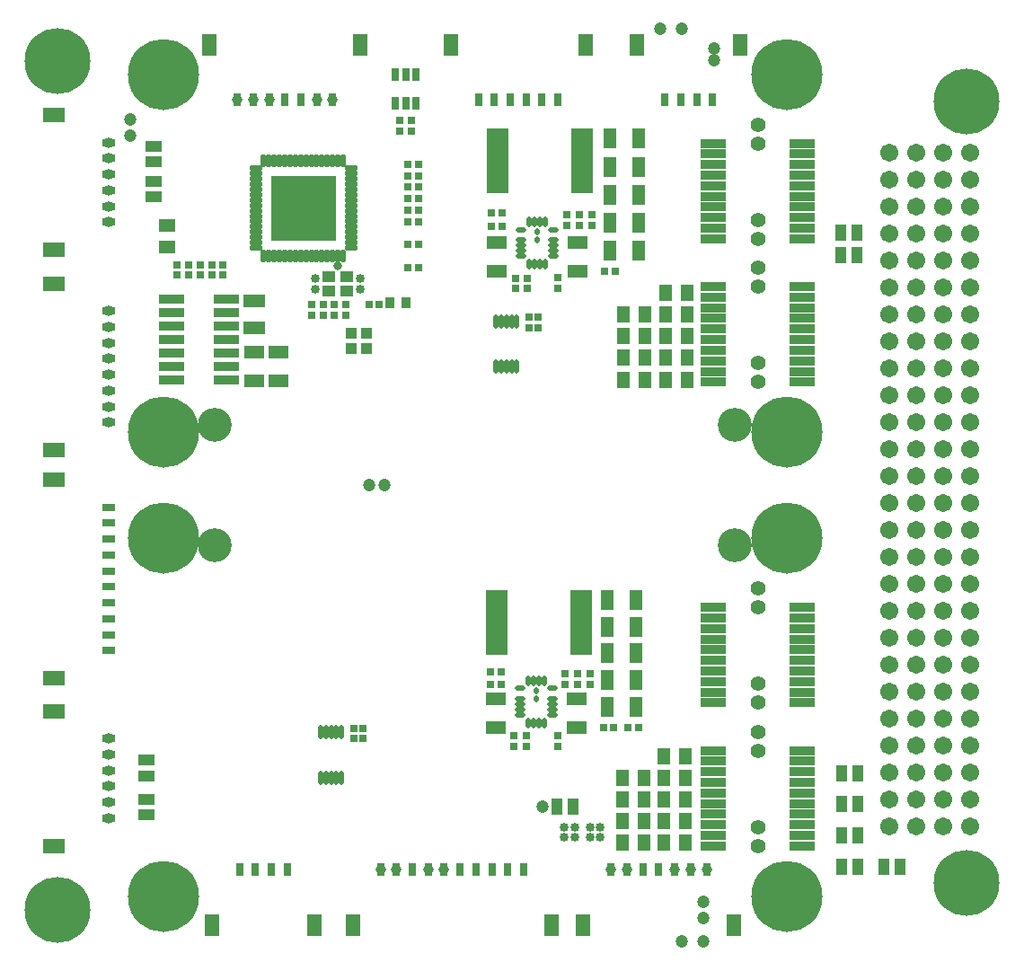
<source format=gts>
G04 Layer_Color=8388736*
%FSLAX44Y44*%
%MOMM*%
G71*
G01*
G75*
%ADD63R,1.6032X1.0832*%
%ADD64R,0.9032X1.1032*%
%ADD65R,0.8032X0.8032*%
%ADD66R,0.8032X0.8032*%
%ADD67R,1.0832X1.6032*%
%ADD68R,1.2532X0.8032*%
%ADD69R,2.0032X1.4532*%
%ADD70R,0.8032X1.2532*%
%ADD71R,1.4532X2.0032*%
%ADD72R,2.0032X6.1032*%
%ADD73R,1.5032X1.2032*%
%ADD74R,1.3032X1.9032*%
%ADD75R,1.9032X1.3032*%
G04:AMPARAMS|DCode=76|XSize=0.5032mm|YSize=1.0032mm|CornerRadius=0.1766mm|HoleSize=0mm|Usage=FLASHONLY|Rotation=270.000|XOffset=0mm|YOffset=0mm|HoleType=Round|Shape=RoundedRectangle|*
%AMROUNDEDRECTD76*
21,1,0.5032,0.6500,0,0,270.0*
21,1,0.1500,1.0032,0,0,270.0*
1,1,0.3532,-0.3250,-0.0750*
1,1,0.3532,-0.3250,0.0750*
1,1,0.3532,0.3250,0.0750*
1,1,0.3532,0.3250,-0.0750*
%
%ADD76ROUNDEDRECTD76*%
G04:AMPARAMS|DCode=77|XSize=0.5032mm|YSize=1.0032mm|CornerRadius=0.1766mm|HoleSize=0mm|Usage=FLASHONLY|Rotation=180.000|XOffset=0mm|YOffset=0mm|HoleType=Round|Shape=RoundedRectangle|*
%AMROUNDEDRECTD77*
21,1,0.5032,0.6500,0,0,180.0*
21,1,0.1500,1.0032,0,0,180.0*
1,1,0.3532,-0.0750,0.3250*
1,1,0.3532,0.0750,0.3250*
1,1,0.3532,0.0750,-0.3250*
1,1,0.3532,-0.0750,-0.3250*
%
%ADD77ROUNDEDRECTD77*%
G04:AMPARAMS|DCode=78|XSize=0.4732mm|YSize=0.6532mm|CornerRadius=0.1691mm|HoleSize=0mm|Usage=FLASHONLY|Rotation=180.000|XOffset=0mm|YOffset=0mm|HoleType=Round|Shape=RoundedRectangle|*
%AMROUNDEDRECTD78*
21,1,0.4732,0.3150,0,0,180.0*
21,1,0.1350,0.6532,0,0,180.0*
1,1,0.3382,-0.0675,0.1575*
1,1,0.3382,0.0675,0.1575*
1,1,0.3382,0.0675,-0.1575*
1,1,0.3382,-0.0675,-0.1575*
%
%ADD78ROUNDEDRECTD78*%
G04:AMPARAMS|DCode=79|XSize=0.5032mm|YSize=1.3032mm|CornerRadius=0.1766mm|HoleSize=0mm|Usage=FLASHONLY|Rotation=0.000|XOffset=0mm|YOffset=0mm|HoleType=Round|Shape=RoundedRectangle|*
%AMROUNDEDRECTD79*
21,1,0.5032,0.9500,0,0,0.0*
21,1,0.1500,1.3032,0,0,0.0*
1,1,0.3532,0.0750,-0.4750*
1,1,0.3532,-0.0750,-0.4750*
1,1,0.3532,-0.0750,0.4750*
1,1,0.3532,0.0750,0.4750*
%
%ADD79ROUNDEDRECTD79*%
%ADD80R,6.2032X6.2032*%
G04:AMPARAMS|DCode=81|XSize=0.5032mm|YSize=1.2032mm|CornerRadius=0.2216mm|HoleSize=0mm|Usage=FLASHONLY|Rotation=0.000|XOffset=0mm|YOffset=0mm|HoleType=Round|Shape=RoundedRectangle|*
%AMROUNDEDRECTD81*
21,1,0.5032,0.7600,0,0,0.0*
21,1,0.0600,1.2032,0,0,0.0*
1,1,0.4432,0.0300,-0.3800*
1,1,0.4432,-0.0300,-0.3800*
1,1,0.4432,-0.0300,0.3800*
1,1,0.4432,0.0300,0.3800*
%
%ADD81ROUNDEDRECTD81*%
G04:AMPARAMS|DCode=82|XSize=0.5032mm|YSize=1.2032mm|CornerRadius=0.2216mm|HoleSize=0mm|Usage=FLASHONLY|Rotation=90.000|XOffset=0mm|YOffset=0mm|HoleType=Round|Shape=RoundedRectangle|*
%AMROUNDEDRECTD82*
21,1,0.5032,0.7600,0,0,90.0*
21,1,0.0600,1.2032,0,0,90.0*
1,1,0.4432,0.3800,0.0300*
1,1,0.4432,0.3800,-0.0300*
1,1,0.4432,-0.3800,-0.0300*
1,1,0.4432,-0.3800,0.0300*
%
%ADD82ROUNDEDRECTD82*%
%ADD83R,2.4632X0.8132*%
%ADD84R,1.1032X1.0032*%
%ADD85R,2.0032X1.2032*%
%ADD86R,2.4032X0.8532*%
%ADD87R,1.2032X1.5032*%
%ADD88R,1.2032X1.0532*%
%ADD89C,3.2032*%
%ADD90C,1.3932*%
%ADD91C,1.7032*%
%ADD92C,6.2032*%
%ADD93C,6.7032*%
%ADD94C,1.2032*%
%ADD95C,1.0032*%
%ADD96C,0.8032*%
D63*
X15000Y-310750D02*
D03*
Y-295750D02*
D03*
X15000Y-259000D02*
D03*
Y-274000D02*
D03*
X21750Y319750D02*
D03*
Y304750D02*
D03*
Y286750D02*
D03*
Y271750D02*
D03*
D64*
X245000Y172500D02*
D03*
X260000D02*
D03*
D65*
X254500Y334000D02*
D03*
Y344000D02*
D03*
X265000D02*
D03*
Y334000D02*
D03*
X55250Y198000D02*
D03*
Y208000D02*
D03*
X44450D02*
D03*
Y198000D02*
D03*
X66050D02*
D03*
Y208000D02*
D03*
X87650D02*
D03*
Y198000D02*
D03*
X76850D02*
D03*
Y208000D02*
D03*
X192600Y160500D02*
D03*
Y170500D02*
D03*
X181800D02*
D03*
Y160500D02*
D03*
X203400D02*
D03*
Y170500D02*
D03*
X171000D02*
D03*
Y160500D02*
D03*
X216500Y185000D02*
D03*
Y195000D02*
D03*
X174750Y185000D02*
D03*
Y195000D02*
D03*
X363484Y195292D02*
D03*
Y185292D02*
D03*
X402984Y185543D02*
D03*
Y195543D02*
D03*
X421734Y-187500D02*
D03*
Y-177500D02*
D03*
X403234Y-236000D02*
D03*
Y-246000D02*
D03*
X361734Y-246250D02*
D03*
Y-236250D02*
D03*
X376072Y158314D02*
D03*
Y148314D02*
D03*
X210950Y-238940D02*
D03*
Y-228940D02*
D03*
X384872Y158314D02*
D03*
Y148314D02*
D03*
X219750Y-238940D02*
D03*
Y-228940D02*
D03*
X433484Y-187500D02*
D03*
Y-177500D02*
D03*
X410234D02*
D03*
Y-187500D02*
D03*
X374734Y185292D02*
D03*
Y195292D02*
D03*
X435484Y254792D02*
D03*
Y244792D02*
D03*
X411734D02*
D03*
Y254792D02*
D03*
X373734Y-246250D02*
D03*
Y-236250D02*
D03*
X423484Y244792D02*
D03*
Y254792D02*
D03*
D66*
X262000Y226900D02*
D03*
X272000D02*
D03*
X235000Y170500D02*
D03*
X225000D02*
D03*
X262000Y270100D02*
D03*
X272000D02*
D03*
Y259300D02*
D03*
X262000D02*
D03*
Y280900D02*
D03*
X272000D02*
D03*
Y302500D02*
D03*
X262000D02*
D03*
Y291700D02*
D03*
X272000D02*
D03*
Y248500D02*
D03*
X262000D02*
D03*
X272000Y205300D02*
D03*
X262000D02*
D03*
X340734Y257043D02*
D03*
X350734D02*
D03*
X349484Y-175750D02*
D03*
X339484D02*
D03*
X468984Y-228250D02*
D03*
X478984D02*
D03*
X457234Y202043D02*
D03*
X447234D02*
D03*
X340734Y244042D02*
D03*
X350734D02*
D03*
X339484Y-187500D02*
D03*
X349484D02*
D03*
X445984Y-228250D02*
D03*
X455984D02*
D03*
X433250Y-322500D02*
D03*
X443250D02*
D03*
X419000D02*
D03*
X409000D02*
D03*
X419000Y-331500D02*
D03*
X409000D02*
D03*
X433250D02*
D03*
X443250D02*
D03*
D67*
X402250Y-303000D02*
D03*
X417250D02*
D03*
X725500Y-360000D02*
D03*
X710500D02*
D03*
X670500Y-271250D02*
D03*
X685500D02*
D03*
X670500Y-300500D02*
D03*
X685500D02*
D03*
X685500Y-360000D02*
D03*
X670500D02*
D03*
X670500Y-330250D02*
D03*
X685500D02*
D03*
X684750Y238250D02*
D03*
X669750D02*
D03*
X669750Y217365D02*
D03*
X684750D02*
D03*
D68*
X-20000Y-20750D02*
D03*
Y-35750D02*
D03*
Y-50750D02*
D03*
Y-65750D02*
D03*
Y-80750D02*
D03*
Y-95750D02*
D03*
Y-110750D02*
D03*
Y-125750D02*
D03*
Y-140750D02*
D03*
Y-155750D02*
D03*
Y-238750D02*
D03*
Y-253750D02*
D03*
Y-268750D02*
D03*
Y-283750D02*
D03*
Y-298750D02*
D03*
Y-313750D02*
D03*
Y323000D02*
D03*
Y308000D02*
D03*
Y293000D02*
D03*
Y278000D02*
D03*
Y263000D02*
D03*
Y248000D02*
D03*
Y59250D02*
D03*
Y74250D02*
D03*
Y89250D02*
D03*
Y104250D02*
D03*
Y119250D02*
D03*
Y134250D02*
D03*
Y149250D02*
D03*
Y164250D02*
D03*
D69*
X-72000Y5250D02*
D03*
Y-181750D02*
D03*
Y-212750D02*
D03*
Y-339750D02*
D03*
Y349000D02*
D03*
Y222000D02*
D03*
Y33250D02*
D03*
Y190250D02*
D03*
D70*
X403250Y363250D02*
D03*
X388250D02*
D03*
X373250D02*
D03*
X358250D02*
D03*
X343250D02*
D03*
X328250D02*
D03*
X504000D02*
D03*
X519000D02*
D03*
X534000D02*
D03*
X549000D02*
D03*
X453250Y-362500D02*
D03*
X468250D02*
D03*
X483250D02*
D03*
X498250D02*
D03*
X513250D02*
D03*
X528250D02*
D03*
X543250D02*
D03*
X236000D02*
D03*
X251000D02*
D03*
X266000D02*
D03*
X281000D02*
D03*
X296000D02*
D03*
X311000D02*
D03*
X326000D02*
D03*
X341000D02*
D03*
X356000D02*
D03*
X371000D02*
D03*
X148000D02*
D03*
X133000D02*
D03*
X118000D02*
D03*
X103000D02*
D03*
X191000Y363250D02*
D03*
X176000D02*
D03*
X161000D02*
D03*
X146000D02*
D03*
X131000D02*
D03*
X116000D02*
D03*
X101000D02*
D03*
X269250Y386750D02*
D03*
X259750D02*
D03*
X250250D02*
D03*
Y359750D02*
D03*
X259750D02*
D03*
X269250D02*
D03*
D71*
X429250Y415250D02*
D03*
X302250D02*
D03*
X478000D02*
D03*
X575000D02*
D03*
X427250Y-414500D02*
D03*
X569250D02*
D03*
X210000D02*
D03*
X397000D02*
D03*
X174000D02*
D03*
X77000D02*
D03*
X217000Y415250D02*
D03*
X75000D02*
D03*
D72*
X425250Y-129000D02*
D03*
X345250D02*
D03*
X346250Y306000D02*
D03*
X426250D02*
D03*
D73*
X34500Y244500D02*
D03*
Y224500D02*
D03*
D74*
X452484Y273918D02*
D03*
X479484D02*
D03*
X449734Y-158500D02*
D03*
X476734D02*
D03*
X449734Y-108250D02*
D03*
X476734D02*
D03*
X449734Y-133375D02*
D03*
X476734D02*
D03*
X452484Y326792D02*
D03*
X479484D02*
D03*
X452484Y300355D02*
D03*
X479484D02*
D03*
X476734Y-208750D02*
D03*
X449734D02*
D03*
X476734Y-183625D02*
D03*
X449734D02*
D03*
X479484Y247480D02*
D03*
X452484D02*
D03*
X479484Y221042D02*
D03*
X452484D02*
D03*
D75*
X345484Y228792D02*
D03*
Y201793D02*
D03*
X421484Y228792D02*
D03*
Y201793D02*
D03*
X344484Y-201250D02*
D03*
Y-228250D02*
D03*
X420484Y-201500D02*
D03*
Y-228500D02*
D03*
X139500Y98500D02*
D03*
Y125500D02*
D03*
X117016Y98582D02*
D03*
Y125582D02*
D03*
D76*
X398734Y216042D02*
D03*
Y221042D02*
D03*
Y226042D02*
D03*
Y231042D02*
D03*
Y241042D02*
D03*
X368734D02*
D03*
Y231042D02*
D03*
Y226042D02*
D03*
Y221042D02*
D03*
Y216042D02*
D03*
X397734Y-216500D02*
D03*
Y-211500D02*
D03*
Y-206500D02*
D03*
Y-201500D02*
D03*
Y-191500D02*
D03*
X367734D02*
D03*
Y-201500D02*
D03*
Y-206500D02*
D03*
Y-211500D02*
D03*
Y-216500D02*
D03*
D77*
X391234Y248542D02*
D03*
X386234D02*
D03*
X381234D02*
D03*
X376234D02*
D03*
Y208542D02*
D03*
X381234D02*
D03*
X386234D02*
D03*
X391234D02*
D03*
X390234Y-184000D02*
D03*
X385234D02*
D03*
X380234D02*
D03*
X375234D02*
D03*
Y-224000D02*
D03*
X380234D02*
D03*
X385234D02*
D03*
X390234D02*
D03*
D78*
X383734Y231593D02*
D03*
Y239293D02*
D03*
X382734Y-200950D02*
D03*
Y-193250D02*
D03*
D79*
X199400Y-275690D02*
D03*
Y-232690D02*
D03*
X194400D02*
D03*
X189400D02*
D03*
X194400Y-275690D02*
D03*
X189400D02*
D03*
X184400D02*
D03*
X179400D02*
D03*
X184400Y-232690D02*
D03*
X179400D02*
D03*
X364522Y111564D02*
D03*
Y154564D02*
D03*
X359522D02*
D03*
X354522D02*
D03*
X359522Y111564D02*
D03*
X354522D02*
D03*
X349522D02*
D03*
X344522D02*
D03*
X349522Y154564D02*
D03*
X344522D02*
D03*
D80*
X163250Y261250D02*
D03*
D81*
X125750Y306250D02*
D03*
X130750D02*
D03*
X135750D02*
D03*
X140750D02*
D03*
X145750D02*
D03*
X150750D02*
D03*
X155750D02*
D03*
X160750D02*
D03*
X165750D02*
D03*
X170750D02*
D03*
X175750D02*
D03*
X180750D02*
D03*
X185750D02*
D03*
X190750D02*
D03*
X195750D02*
D03*
X200750D02*
D03*
Y216250D02*
D03*
X195750D02*
D03*
X190750D02*
D03*
X185750D02*
D03*
X180750D02*
D03*
X175750D02*
D03*
X170750D02*
D03*
X165750D02*
D03*
X160750D02*
D03*
X155750D02*
D03*
X150750D02*
D03*
X145750D02*
D03*
X140750D02*
D03*
X135750D02*
D03*
X130750D02*
D03*
X125750D02*
D03*
D82*
X208250Y298750D02*
D03*
Y293750D02*
D03*
Y288750D02*
D03*
Y283750D02*
D03*
Y278750D02*
D03*
Y273750D02*
D03*
Y268750D02*
D03*
Y263750D02*
D03*
Y258750D02*
D03*
Y253750D02*
D03*
Y248750D02*
D03*
Y243750D02*
D03*
Y238750D02*
D03*
Y233750D02*
D03*
Y228750D02*
D03*
Y223750D02*
D03*
X118250D02*
D03*
Y228750D02*
D03*
Y233750D02*
D03*
Y238750D02*
D03*
Y243750D02*
D03*
Y248750D02*
D03*
Y253750D02*
D03*
Y258750D02*
D03*
Y263750D02*
D03*
Y268750D02*
D03*
Y273750D02*
D03*
Y278750D02*
D03*
Y283750D02*
D03*
Y288750D02*
D03*
Y293750D02*
D03*
Y298750D02*
D03*
D83*
X633550Y-250000D02*
D03*
Y-260000D02*
D03*
Y-270000D02*
D03*
Y-280000D02*
D03*
Y-290000D02*
D03*
Y-300000D02*
D03*
Y-310000D02*
D03*
Y-320000D02*
D03*
Y-330000D02*
D03*
Y-340000D02*
D03*
X549750D02*
D03*
Y-330000D02*
D03*
Y-320000D02*
D03*
Y-310000D02*
D03*
Y-300000D02*
D03*
Y-290000D02*
D03*
Y-280000D02*
D03*
Y-270000D02*
D03*
Y-260000D02*
D03*
Y-250000D02*
D03*
X633550Y187300D02*
D03*
Y177300D02*
D03*
Y167300D02*
D03*
Y157300D02*
D03*
Y147300D02*
D03*
Y137300D02*
D03*
Y127300D02*
D03*
Y117300D02*
D03*
Y107300D02*
D03*
Y97300D02*
D03*
X549750D02*
D03*
Y107300D02*
D03*
Y117300D02*
D03*
Y127300D02*
D03*
Y137300D02*
D03*
Y147300D02*
D03*
Y157300D02*
D03*
Y167300D02*
D03*
Y177300D02*
D03*
Y187300D02*
D03*
X633550Y322300D02*
D03*
Y312300D02*
D03*
Y302300D02*
D03*
Y292300D02*
D03*
Y282300D02*
D03*
Y272300D02*
D03*
Y262300D02*
D03*
Y252300D02*
D03*
Y242300D02*
D03*
Y232300D02*
D03*
X549750D02*
D03*
Y242300D02*
D03*
Y252300D02*
D03*
Y262300D02*
D03*
Y272300D02*
D03*
Y282300D02*
D03*
Y292300D02*
D03*
Y302300D02*
D03*
Y312300D02*
D03*
Y322300D02*
D03*
X633550Y-115000D02*
D03*
Y-125000D02*
D03*
Y-135000D02*
D03*
Y-145000D02*
D03*
Y-155000D02*
D03*
Y-165000D02*
D03*
Y-175000D02*
D03*
Y-185000D02*
D03*
Y-195000D02*
D03*
Y-205000D02*
D03*
X549750D02*
D03*
Y-195000D02*
D03*
Y-185000D02*
D03*
Y-175000D02*
D03*
Y-165000D02*
D03*
Y-155000D02*
D03*
Y-145000D02*
D03*
Y-135000D02*
D03*
Y-125000D02*
D03*
Y-115000D02*
D03*
D84*
X208500Y143000D02*
D03*
Y129000D02*
D03*
X222500Y143000D02*
D03*
Y129000D02*
D03*
D85*
X117250Y173750D02*
D03*
Y148750D02*
D03*
D86*
X38750Y175850D02*
D03*
Y163150D02*
D03*
Y150450D02*
D03*
Y137750D02*
D03*
Y125050D02*
D03*
Y112350D02*
D03*
Y99650D02*
D03*
X90750Y175850D02*
D03*
Y163150D02*
D03*
Y150450D02*
D03*
Y137750D02*
D03*
Y125050D02*
D03*
Y112350D02*
D03*
Y99650D02*
D03*
D87*
X503000Y-336750D02*
D03*
X523000D02*
D03*
X464500D02*
D03*
X484500D02*
D03*
X503000Y-316375D02*
D03*
X523000D02*
D03*
X464500D02*
D03*
X484500D02*
D03*
X503000Y-296000D02*
D03*
X523000D02*
D03*
X464500D02*
D03*
X484500D02*
D03*
X503000Y-275625D02*
D03*
X523000D02*
D03*
X464500D02*
D03*
X484500D02*
D03*
X503000Y-255250D02*
D03*
X523000D02*
D03*
X504750Y99500D02*
D03*
X524750D02*
D03*
X465250D02*
D03*
X485250D02*
D03*
X504750Y120063D02*
D03*
X524750D02*
D03*
X465250D02*
D03*
X485250D02*
D03*
X504750Y140625D02*
D03*
X524750D02*
D03*
X465250D02*
D03*
X485250D02*
D03*
X504750Y161187D02*
D03*
X524750D02*
D03*
X465250D02*
D03*
X485250D02*
D03*
X504750Y181750D02*
D03*
X524750D02*
D03*
D88*
X187000Y197000D02*
D03*
X204000D02*
D03*
Y183000D02*
D03*
X187000D02*
D03*
D89*
X80000Y-56650D02*
D03*
X570000D02*
D03*
X80000Y56650D02*
D03*
X570000D02*
D03*
D90*
X591650Y-340000D02*
D03*
Y-250000D02*
D03*
Y205000D02*
D03*
Y115000D02*
D03*
Y-232300D02*
D03*
Y-322300D02*
D03*
Y97300D02*
D03*
Y187300D02*
D03*
Y232300D02*
D03*
Y322300D02*
D03*
Y-205000D02*
D03*
Y-115000D02*
D03*
Y340000D02*
D03*
Y250000D02*
D03*
Y-187300D02*
D03*
Y-97300D02*
D03*
D91*
X766710Y313440D02*
D03*
X792110D02*
D03*
X766710Y288040D02*
D03*
X792110D02*
D03*
X766710Y262640D02*
D03*
X792110D02*
D03*
X766710Y237240D02*
D03*
X792110D02*
D03*
X766710Y211840D02*
D03*
X792110D02*
D03*
X766710Y186440D02*
D03*
X792110D02*
D03*
X766710Y161040D02*
D03*
X792110D02*
D03*
X766710Y135640D02*
D03*
X792110D02*
D03*
X766710Y110240D02*
D03*
X792110D02*
D03*
X766710Y84840D02*
D03*
X792110D02*
D03*
X766710Y59440D02*
D03*
X792110D02*
D03*
X766710Y34040D02*
D03*
X792110D02*
D03*
X766710Y8640D02*
D03*
X792110D02*
D03*
X766710Y-16760D02*
D03*
X792110D02*
D03*
X766710Y-42160D02*
D03*
X792110D02*
D03*
X766710Y-67560D02*
D03*
X792110D02*
D03*
X766710Y-92960D02*
D03*
X792110D02*
D03*
X766710Y-118360D02*
D03*
X792110D02*
D03*
X766710Y-143760D02*
D03*
X792110D02*
D03*
X766710Y-169160D02*
D03*
X792110D02*
D03*
X766710Y-194560D02*
D03*
X792110D02*
D03*
X766710Y-219960D02*
D03*
X792110D02*
D03*
X766710Y-245360D02*
D03*
X792110D02*
D03*
X766710Y-270760D02*
D03*
X792110D02*
D03*
X766710Y-296160D02*
D03*
X792110D02*
D03*
X766710Y-321560D02*
D03*
X792110D02*
D03*
X741310D02*
D03*
X715910D02*
D03*
X741310Y-296160D02*
D03*
X715910D02*
D03*
X741310Y-270760D02*
D03*
X715910D02*
D03*
X741310Y-245360D02*
D03*
X715910D02*
D03*
X741310Y-219960D02*
D03*
X715910D02*
D03*
X741310Y-194560D02*
D03*
X715910D02*
D03*
X741310Y-169160D02*
D03*
X715910D02*
D03*
X741310Y-143760D02*
D03*
X715910D02*
D03*
X741310Y-118360D02*
D03*
X715910D02*
D03*
X741310Y-92960D02*
D03*
X715910D02*
D03*
X741310Y-67560D02*
D03*
X715910D02*
D03*
X741310Y-42160D02*
D03*
X715910D02*
D03*
X741310Y-16760D02*
D03*
X715910D02*
D03*
X741310Y8640D02*
D03*
X715910D02*
D03*
X741310Y34040D02*
D03*
X715910D02*
D03*
X741310Y59440D02*
D03*
X715910D02*
D03*
X741310Y84840D02*
D03*
X715910D02*
D03*
X741310Y110240D02*
D03*
X715910D02*
D03*
X741310Y135640D02*
D03*
X715910D02*
D03*
X741310Y161040D02*
D03*
X715910D02*
D03*
X741310Y186440D02*
D03*
X715910D02*
D03*
X741310Y211840D02*
D03*
X715910D02*
D03*
X741310Y237240D02*
D03*
X715910D02*
D03*
X741310Y262640D02*
D03*
X715910D02*
D03*
X741310Y288040D02*
D03*
X715910D02*
D03*
X741310Y313440D02*
D03*
X715910D02*
D03*
D92*
X-68650Y-400000D02*
D03*
Y400100D02*
D03*
X788650Y-374600D02*
D03*
Y362000D02*
D03*
D93*
X31350Y-387300D02*
D03*
Y-50000D02*
D03*
Y50000D02*
D03*
Y387300D02*
D03*
X618650Y-50000D02*
D03*
Y50000D02*
D03*
Y387300D02*
D03*
Y-387300D02*
D03*
D94*
X540000Y-392500D02*
D03*
Y-407750D02*
D03*
X550750Y400500D02*
D03*
Y411750D02*
D03*
X388750Y-303000D02*
D03*
X0Y330000D02*
D03*
Y345000D02*
D03*
X520000Y430000D02*
D03*
X500000D02*
D03*
X540000Y-430000D02*
D03*
X520000D02*
D03*
X225000Y0D02*
D03*
X240000D02*
D03*
D95*
X569250Y-414500D02*
D03*
X427250D02*
D03*
X397000D02*
D03*
X210000D02*
D03*
X174000D02*
D03*
X77000D02*
D03*
X-72000Y-181750D02*
D03*
Y5250D02*
D03*
X75000Y415250D02*
D03*
X217000D02*
D03*
X302250D02*
D03*
X429250D02*
D03*
X478000D02*
D03*
X575000D02*
D03*
X402250Y-303000D02*
D03*
X417250D02*
D03*
X191000Y363250D02*
D03*
X176000D02*
D03*
X131000D02*
D03*
X116000D02*
D03*
X101000D02*
D03*
X453250Y-362500D02*
D03*
X468250D02*
D03*
X513250D02*
D03*
X543250D02*
D03*
X528250D02*
D03*
X296000D02*
D03*
X281000D02*
D03*
X251000D02*
D03*
X236000D02*
D03*
X15000Y-310750D02*
D03*
Y-295750D02*
D03*
X15000Y-274000D02*
D03*
Y-259000D02*
D03*
X21750Y271750D02*
D03*
Y286750D02*
D03*
Y304750D02*
D03*
Y319750D02*
D03*
X-20000Y248000D02*
D03*
Y263000D02*
D03*
Y278000D02*
D03*
Y293000D02*
D03*
Y308000D02*
D03*
Y323000D02*
D03*
X-72000Y349000D02*
D03*
Y222000D02*
D03*
Y190250D02*
D03*
Y33250D02*
D03*
X-20000Y164250D02*
D03*
Y149250D02*
D03*
Y134250D02*
D03*
Y119250D02*
D03*
Y59250D02*
D03*
Y74250D02*
D03*
Y89250D02*
D03*
Y104250D02*
D03*
X-72000Y-339750D02*
D03*
Y-212750D02*
D03*
X-20000Y-238750D02*
D03*
Y-253750D02*
D03*
Y-268750D02*
D03*
Y-283750D02*
D03*
Y-298750D02*
D03*
Y-313750D02*
D03*
X685500Y-300500D02*
D03*
Y-271250D02*
D03*
X670500D02*
D03*
Y-300500D02*
D03*
X685500Y-330250D02*
D03*
X725500Y-360000D02*
D03*
X710500D02*
D03*
X670500D02*
D03*
X685500D02*
D03*
X670500Y-330250D02*
D03*
X669750Y238058D02*
D03*
X684750Y217365D02*
D03*
X669750Y217404D02*
D03*
X684750Y238250D02*
D03*
D96*
X409000Y-322500D02*
D03*
X433250D02*
D03*
X443250D02*
D03*
Y-331500D02*
D03*
X433250D02*
D03*
X409000D02*
D03*
X419000D02*
D03*
X419000Y-322500D02*
D03*
X633550Y-250000D02*
D03*
Y-260000D02*
D03*
Y-270000D02*
D03*
Y-280000D02*
D03*
Y-290000D02*
D03*
Y-300000D02*
D03*
Y-310000D02*
D03*
Y-320000D02*
D03*
Y-330000D02*
D03*
Y-340000D02*
D03*
X549750D02*
D03*
Y-330000D02*
D03*
Y-320000D02*
D03*
Y-310000D02*
D03*
Y-300000D02*
D03*
Y-290000D02*
D03*
Y-280000D02*
D03*
Y-270000D02*
D03*
Y-260000D02*
D03*
Y-250000D02*
D03*
Y322300D02*
D03*
X550000Y312500D02*
D03*
Y302500D02*
D03*
Y292500D02*
D03*
X549750Y282300D02*
D03*
Y272300D02*
D03*
Y262300D02*
D03*
Y252300D02*
D03*
Y242300D02*
D03*
Y232300D02*
D03*
X633550D02*
D03*
Y242300D02*
D03*
Y252300D02*
D03*
Y262300D02*
D03*
Y272300D02*
D03*
Y282300D02*
D03*
Y292300D02*
D03*
Y302300D02*
D03*
Y312300D02*
D03*
Y322300D02*
D03*
X549750Y97300D02*
D03*
Y107300D02*
D03*
Y117300D02*
D03*
Y127300D02*
D03*
Y137300D02*
D03*
Y147300D02*
D03*
Y157300D02*
D03*
Y167300D02*
D03*
Y177300D02*
D03*
Y187300D02*
D03*
X633550D02*
D03*
Y177300D02*
D03*
Y167300D02*
D03*
Y157300D02*
D03*
Y147300D02*
D03*
Y137300D02*
D03*
Y127300D02*
D03*
Y117300D02*
D03*
Y107300D02*
D03*
Y97300D02*
D03*
X630000Y-165000D02*
D03*
Y-155000D02*
D03*
Y-145000D02*
D03*
Y-135000D02*
D03*
Y-125000D02*
D03*
Y-115000D02*
D03*
X555000D02*
D03*
Y-125000D02*
D03*
Y-135000D02*
D03*
Y-145000D02*
D03*
Y-155000D02*
D03*
Y-165000D02*
D03*
Y-175000D02*
D03*
Y-185000D02*
D03*
Y-195000D02*
D03*
Y-205000D02*
D03*
X630000D02*
D03*
Y-195000D02*
D03*
Y-175000D02*
D03*
Y-185000D02*
D03*
X523000Y-336750D02*
D03*
X503000D02*
D03*
X484500D02*
D03*
X464500D02*
D03*
Y-316375D02*
D03*
X484500D02*
D03*
X503000D02*
D03*
X523000D02*
D03*
Y-296000D02*
D03*
X484500D02*
D03*
X503000D02*
D03*
X464500D02*
D03*
Y-275625D02*
D03*
X484500D02*
D03*
X503000D02*
D03*
X523000D02*
D03*
Y-255250D02*
D03*
X503000D02*
D03*
X524750Y181750D02*
D03*
Y161187D02*
D03*
Y140625D02*
D03*
Y120063D02*
D03*
Y99500D02*
D03*
X504750D02*
D03*
Y120063D02*
D03*
Y140625D02*
D03*
Y161187D02*
D03*
Y181750D02*
D03*
X485250Y161187D02*
D03*
Y140625D02*
D03*
Y120063D02*
D03*
Y99500D02*
D03*
X465250D02*
D03*
Y120063D02*
D03*
Y140625D02*
D03*
Y161187D02*
D03*
X187000Y183000D02*
D03*
X195750Y206750D02*
D03*
X187000Y197000D02*
D03*
X204000D02*
D03*
Y183000D02*
D03*
X174750Y185000D02*
D03*
Y195000D02*
D03*
X216500D02*
D03*
Y185000D02*
D03*
M02*

</source>
